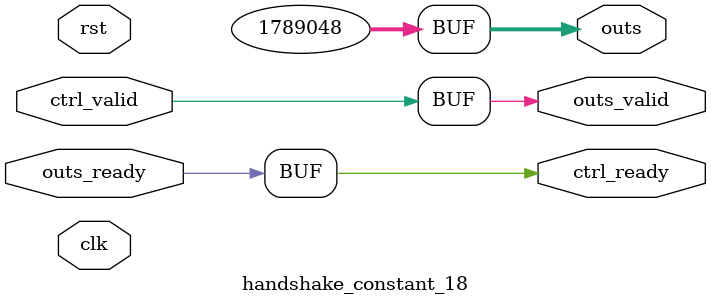
<source format=v>
`timescale 1ns / 1ps
module handshake_constant_18 #(
  parameter DATA_WIDTH = 32  // Default set to 32 bits
) (
  input                       clk,
  input                       rst,
  // Input Channel
  input                       ctrl_valid,
  output                      ctrl_ready,
  // Output Channel
  output [DATA_WIDTH - 1 : 0] outs,
  output                      outs_valid,
  input                       outs_ready
);
  assign outs       = 21'b110110100110001111000;
  assign outs_valid = ctrl_valid;
  assign ctrl_ready = outs_ready;

endmodule

</source>
